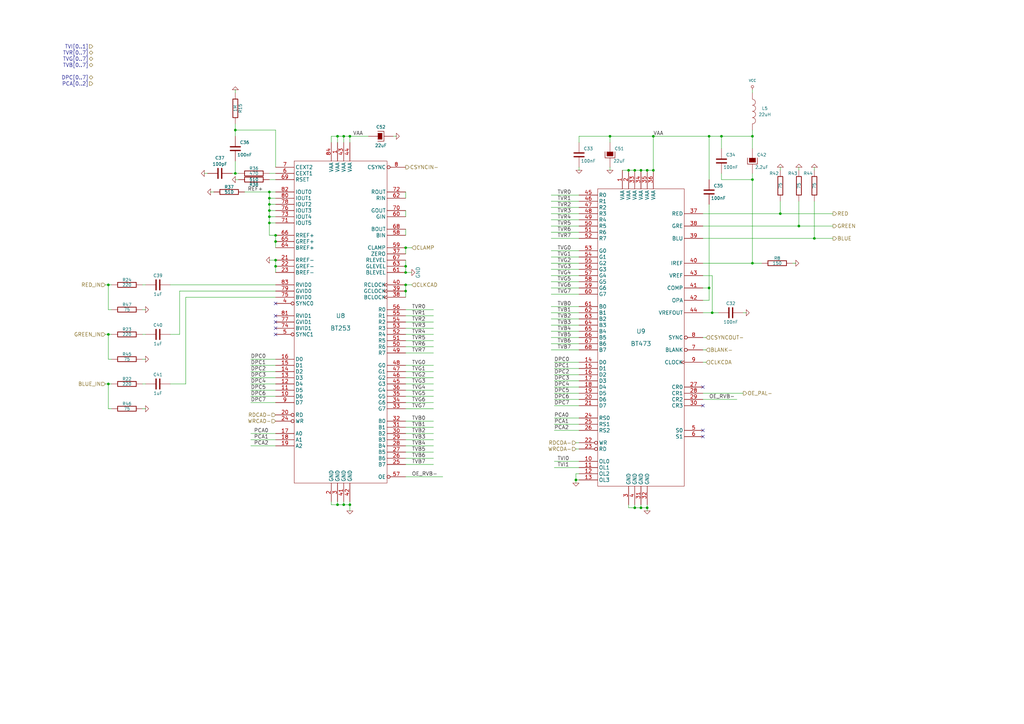
<source format=kicad_sch>
(kicad_sch (version 20200310) (host eeschema "(5.99.0-1545-g9916f24fa)")
  (page "A3")
  (title_block (title "Video") (date "Sun 22 Mar 2015") (rev "2.0B") (company "Kicad EDA"))
  (lib_symbols
    (symbol "video_schlib:BT253"
      (property "Reference" "U" (at 0 2.54 0))
      (property "Value" "BT253" (at 0 -2.54 0))
      (symbol "BT253_0_1"
        (rectangle (start -19.05 -66.04) (end 19.05 66.04))
      )
      (symbol "BT253_1_1"
        (pin input line (at -1.27 73.66 270) (length 7.62) (name "VAA") (number "1"))
        (pin tri_state line (at -26.67 -30.48 0) (length 7.62) (name "D6") (number "10"))
        (pin tri_state line (at -26.67 -27.94 0) (length 7.62) (name "D5") (number "11"))
        (pin tri_state line (at -26.67 -25.4 0) (length 7.62) (name "D4") (number "12"))
        (pin tri_state line (at -26.67 -22.86 0) (length 7.62) (name "D3") (number "13"))
        (pin tri_state line (at -26.67 -20.32 0) (length 7.62) (name "D2") (number "14"))
        (pin tri_state line (at -26.67 -17.78 0) (length 7.62) (name "D1") (number "15"))
        (pin tri_state line (at -26.67 -15.24 0) (length 7.62) (name "D0") (number "16"))
        (pin input line (at -26.67 -45.72 0) (length 7.62) (name "A0") (number "17"))
        (pin input line (at -26.67 -48.26 0) (length 7.62) (name "A1") (number "18"))
        (pin input line (at -26.67 -50.8 0) (length 7.62) (name "A2") (number "19"))
        (pin input line (at -3.81 -73.66 90) (length 7.62) (name "GND") (number "2"))
        (pin input inverted (at -26.67 -38.1 0) (length 7.62) (name "RD") (number "20"))
        (pin input line (at -26.67 25.4 0) (length 7.62) (name "RREF-") (number "21"))
        (pin input line (at -26.67 22.86 0) (length 7.62) (name "GREF-") (number "22"))
        (pin input line (at -26.67 20.32 0) (length 7.62) (name "BREF-") (number "23"))
        (pin input inverted (at -26.67 -40.64 0) (length 7.62) (name "WR") (number "24"))
        (pin tri_state line (at 26.67 -58.42 180) (length 7.62) (name "B7") (number "25"))
        (pin tri_state line (at 26.67 -55.88 180) (length 7.62) (name "B6") (number "26"))
        (pin tri_state line (at 26.67 -53.34 180) (length 7.62) (name "B5") (number "27"))
        (pin tri_state line (at 26.67 -50.8 180) (length 7.62) (name "B4") (number "28"))
        (pin tri_state line (at 26.67 -48.26 180) (length 7.62) (name "B3") (number "29"))
        (pin input line (at -1.27 -73.66 90) (length 7.62) (name "GND") (number "3"))
        (pin tri_state line (at 26.67 -45.72 180) (length 7.62) (name "B2") (number "30"))
        (pin tri_state line (at 26.67 -43.18 180) (length 7.62) (name "B1") (number "31"))
        (pin tri_state line (at 26.67 -40.64 180) (length 7.62) (name "B0") (number "32"))
        (pin tri_state line (at 26.67 -35.56 180) (length 7.62) (name "G7") (number "33"))
        (pin tri_state line (at 26.67 -33.02 180) (length 7.62) (name "G6") (number "34"))
        (pin tri_state line (at 26.67 -30.48 180) (length 7.62) (name "G5") (number "35"))
        (pin tri_state line (at 26.67 -27.94 180) (length 7.62) (name "G4") (number "36"))
        (pin input line (at 26.67 27.94 180) (length 7.62) (name "ZERO") (number "37"))
        (pin input clock (at 26.67 10.16 180) (length 7.62) (name "BCLOCK") (number "38"))
        (pin input clock (at 26.67 12.7 180) (length 7.62) (name "GCLOCK") (number "39"))
        (pin input inverted (at -26.67 7.62 0) (length 7.62) (name "SYNC0") (number "4"))
        (pin input clock (at 26.67 15.24 180) (length 7.62) (name "RCLOCK") (number "40"))
        (pin input line (at 1.27 -73.66 90) (length 7.62) (name "GND") (number "41"))
        (pin input line (at 3.81 -73.66 90) (length 7.62) (name "GND") (number "42"))
        (pin input line (at 1.27 73.66 270) (length 7.62) (name "VAA") (number "43"))
        (pin input line (at 3.81 73.66 270) (length 7.62) (name "VAA") (number "44"))
        (pin tri_state line (at 26.67 -25.4 180) (length 7.62) (name "G3") (number "45"))
        (pin tri_state line (at 26.67 -22.86 180) (length 7.62) (name "G2") (number "46"))
        (pin tri_state line (at 26.67 -20.32 180) (length 7.62) (name "G1") (number "47"))
        (pin tri_state line (at 26.67 -17.78 180) (length 7.62) (name "G0") (number "48"))
        (pin tri_state line (at 26.67 -12.7 180) (length 7.62) (name "R7") (number "49"))
        (pin input inverted (at -26.67 -5.08 0) (length 7.62) (name "SYNC1") (number "5"))
        (pin tri_state line (at 26.67 -10.16 180) (length 7.62) (name "R6") (number "50"))
        (pin tri_state line (at 26.67 -7.62 180) (length 7.62) (name "R5") (number "51"))
        (pin tri_state line (at 26.67 -5.08 180) (length 7.62) (name "R4") (number "52"))
        (pin tri_state line (at 26.67 -2.54 180) (length 7.62) (name "R3") (number "53"))
        (pin tri_state line (at 26.67 0 180) (length 7.62) (name "R2") (number "54"))
        (pin tri_state line (at 26.67 2.54 180) (length 7.62) (name "R1") (number "55"))
        (pin tri_state line (at 26.67 5.08 180) (length 7.62) (name "R0") (number "56"))
        (pin input inverted (at 26.67 -63.5 180) (length 7.62) (name "OE") (number "57"))
        (pin input line (at 26.67 35.56 180) (length 7.62) (name "BIN") (number "58"))
        (pin input line (at 26.67 30.48 180) (length 7.62) (name "CLAMP") (number "59"))
        (pin output line (at -26.67 60.96 0) (length 7.62) (name "CEXT1") (number "6"))
        (pin input line (at 26.67 43.18 180) (length 7.62) (name "GIN") (number "60"))
        (pin input line (at 26.67 20.32 180) (length 7.62) (name "BLEVEL") (number "61"))
        (pin input line (at 26.67 50.8 180) (length 7.62) (name "RIN") (number "62"))
        (pin input line (at 26.67 22.86 180) (length 7.62) (name "GLEVEL") (number "63"))
        (pin input line (at -26.67 30.48 0) (length 7.62) (name "BREF+") (number "64"))
        (pin input line (at -26.67 33.02 0) (length 7.62) (name "GREF+") (number "65"))
        (pin input line (at -26.67 35.56 0) (length 7.62) (name "RREF+") (number "66"))
        (pin input line (at 26.67 25.4 180) (length 7.62) (name "RLEVEL") (number "67"))
        (pin output line (at 26.67 38.1 180) (length 7.62) (name "BOUT") (number "68"))
        (pin input line (at -26.67 58.42 0) (length 7.62) (name "RSET") (number "69"))
        (pin input line (at -26.67 63.5 0) (length 7.62) (name "CEXT2") (number "7"))
        (pin output line (at 26.67 45.72 180) (length 7.62) (name "GOUT") (number "70"))
        (pin passive line (at -26.67 40.64 0) (length 7.62) (name "IOUT5") (number "71"))
        (pin output line (at 26.67 53.34 180) (length 7.62) (name "ROUT") (number "72"))
        (pin passive line (at -26.67 43.18 0) (length 7.62) (name "IOUT4") (number "73"))
        (pin input line (at -26.67 -2.54 0) (length 7.62) (name "BVID1") (number "74"))
        (pin input line (at -26.67 10.16 0) (length 7.62) (name "BVID0") (number "75"))
        (pin passive line (at -26.67 45.72 0) (length 7.62) (name "IOUT3") (number "76"))
        (pin input line (at -26.67 0 0) (length 7.62) (name "GVID1") (number "77"))
        (pin passive line (at -26.67 48.26 0) (length 7.62) (name "IOUT2") (number "78"))
        (pin input line (at -26.67 12.7 0) (length 7.62) (name "GVID0") (number "79"))
        (pin output inverted (at 26.67 63.5 180) (length 7.62) (name "CSYNC") (number "8"))
        (pin passive line (at -26.67 50.8 0) (length 7.62) (name "IOUT1") (number "80"))
        (pin input line (at -26.67 2.54 0) (length 7.62) (name "RVID1") (number "81"))
        (pin passive line (at -26.67 53.34 0) (length 7.62) (name "IOUT0") (number "82"))
        (pin input line (at -26.67 15.24 0) (length 7.62) (name "RVID0") (number "83"))
        (pin input line (at -3.81 73.66 270) (length 7.62) (name "VAA") (number "84"))
        (pin tri_state line (at -26.67 -33.02 0) (length 7.62) (name "D7") (number "9"))
      )
    )
    (symbol "video_schlib:BT473"
      (property "Reference" "U" (at 0 2.54 0))
      (property "Value" "BT473" (at 0 -2.54 0))
      (symbol "BT473_0_1"
        (rectangle (start -17.78 -60.96) (end 17.78 60.96))
      )
      (symbol "BT473_1_1"
        (pin input line (at -7.62 68.58 270) (length 7.62) (name "VAA") (number "1"))
        (pin input line (at -25.4 -50.8 0) (length 7.62) (name "OL0") (number "10"))
        (pin input line (at -25.4 -53.34 0) (length 7.62) (name "OL1") (number "11"))
        (pin input line (at -25.4 -55.88 0) (length 7.62) (name "OL2") (number "12"))
        (pin input line (at -25.4 -58.42 0) (length 7.62) (name "OL3") (number "13"))
        (pin input line (at -25.4 -10.16 0) (length 7.62) (name "D0") (number "14"))
        (pin input line (at -25.4 -12.7 0) (length 7.62) (name "D1") (number "15"))
        (pin input line (at -25.4 -15.24 0) (length 7.62) (name "D2") (number "16"))
        (pin input line (at -25.4 -17.78 0) (length 7.62) (name "D3") (number "17"))
        (pin input line (at -25.4 -20.32 0) (length 7.62) (name "D4") (number "18"))
        (pin input line (at -25.4 -22.86 0) (length 7.62) (name "D5") (number "19"))
        (pin input line (at -5.08 68.58 270) (length 7.62) (name "VAA") (number "2"))
        (pin input line (at -25.4 -25.4 0) (length 7.62) (name "D6") (number "20"))
        (pin input line (at -25.4 -27.94 0) (length 7.62) (name "D7") (number "21"))
        (pin input inverted (at -25.4 -43.18 0) (length 7.62) (name "WR") (number "22"))
        (pin input inverted (at -25.4 -45.72 0) (length 7.62) (name "RD") (number "23"))
        (pin input line (at -25.4 -33.02 0) (length 7.62) (name "RS0") (number "24"))
        (pin input line (at -25.4 -35.56 0) (length 7.62) (name "RS1") (number "25"))
        (pin input line (at -25.4 -38.1 0) (length 7.62) (name "RS2") (number "26"))
        (pin output line (at 25.4 -20.32 180) (length 7.62) (name "CR0") (number "27"))
        (pin output line (at 25.4 -22.86 180) (length 7.62) (name "CR1") (number "28"))
        (pin output line (at 25.4 -25.4 180) (length 7.62) (name "CR2") (number "29"))
        (pin input line (at -5.08 -68.58 90) (length 7.62) (name "GND") (number "3"))
        (pin output line (at 25.4 -27.94 180) (length 7.62) (name "CR3") (number "30"))
        (pin input line (at 0 -68.58 90) (length 7.62) (name "GND") (number "31"))
        (pin input line (at 2.54 -68.58 90) (length 7.62) (name "GND") (number "32"))
        (pin input line (at -2.54 68.58 270) (length 7.62) (name "VAA") (number "33"))
        (pin input line (at 0 68.58 270) (length 7.62) (name "VAA") (number "34"))
        (pin input line (at 2.54 68.58 270) (length 7.62) (name "VAA") (number "35"))
        (pin input line (at 5.08 68.58 270) (length 7.62) (name "VAA") (number "36"))
        (pin output line (at 25.4 50.8 180) (length 7.62) (name "RED") (number "37"))
        (pin output line (at 25.4 45.72 180) (length 7.62) (name "GRE") (number "38"))
        (pin output line (at 25.4 40.64 180) (length 7.62) (name "BLU") (number "39"))
        (pin input line (at -2.54 -68.58 90) (length 7.62) (name "GND") (number "4"))
        (pin input line (at 25.4 30.48 180) (length 7.62) (name "IREF") (number "40"))
        (pin input line (at 25.4 20.32 180) (length 7.62) (name "COMP") (number "41"))
        (pin output line (at 25.4 15.24 180) (length 7.62) (name "OPA") (number "42"))
        (pin input line (at 25.4 25.4 180) (length 7.62) (name "VREF") (number "43"))
        (pin output line (at 25.4 10.16 180) (length 7.62) (name "VREFOUT") (number "44"))
        (pin input line (at -25.4 58.42 0) (length 7.62) (name "R0") (number "45"))
        (pin input line (at -25.4 55.88 0) (length 7.62) (name "R1") (number "46"))
        (pin input line (at -25.4 53.34 0) (length 7.62) (name "R2") (number "47"))
        (pin input line (at -25.4 50.8 0) (length 7.62) (name "R3") (number "48"))
        (pin input line (at -25.4 48.26 0) (length 7.62) (name "R4") (number "49"))
        (pin input line (at 25.4 -38.1 180) (length 7.62) (name "S0") (number "5"))
        (pin input line (at -25.4 45.72 0) (length 7.62) (name "R5") (number "50"))
        (pin input line (at -25.4 43.18 0) (length 7.62) (name "R6") (number "51"))
        (pin input line (at -25.4 40.64 0) (length 7.62) (name "R7") (number "52"))
        (pin input line (at -25.4 35.56 0) (length 7.62) (name "G0") (number "53"))
        (pin input line (at -25.4 33.02 0) (length 7.62) (name "G1") (number "54"))
        (pin input line (at -25.4 30.48 0) (length 7.62) (name "G2") (number "55"))
        (pin input line (at -25.4 27.94 0) (length 7.62) (name "G3") (number "56"))
        (pin input line (at -25.4 25.4 0) (length 7.62) (name "G4") (number "57"))
        (pin input line (at -25.4 22.86 0) (length 7.62) (name "G5") (number "58"))
        (pin input line (at -25.4 20.32 0) (length 7.62) (name "G6") (number "59"))
        (pin input line (at 25.4 -40.64 180) (length 7.62) (name "S1") (number "6"))
        (pin input line (at -25.4 17.78 0) (length 7.62) (name "G7") (number "60"))
        (pin input line (at -25.4 12.7 0) (length 7.62) (name "B0") (number "61"))
        (pin input line (at -25.4 10.16 0) (length 7.62) (name "B1") (number "62"))
        (pin input line (at -25.4 7.62 0) (length 7.62) (name "B2") (number "63"))
        (pin input line (at -25.4 5.08 0) (length 7.62) (name "B3") (number "64"))
        (pin input line (at -25.4 2.54 0) (length 7.62) (name "B4") (number "65"))
        (pin input line (at -25.4 0 0) (length 7.62) (name "B5") (number "66"))
        (pin input line (at -25.4 -2.54 0) (length 7.62) (name "B6") (number "67"))
        (pin input line (at -25.4 -5.08 0) (length 7.62) (name "B7") (number "68"))
        (pin input inverted (at 25.4 -5.08 180) (length 7.62) (name "BLANK") (number "7"))
        (pin input inverted (at 25.4 0 180) (length 7.62) (name "SYNC") (number "8"))
        (pin input clock (at 25.4 -10.16 180) (length 7.62) (name "CLOCK") (number "9"))
      )
    )
    (symbol "video_schlib:C" (pin_numbers hide) (pin_names (offset 0.254))
      (property "Reference" "C" (at 0 2.54 0))
      (property "Value" "C" (at 0.1524 -2.159 0))
      (symbol "C_0_1"
        (polyline (pts (xy -2.032 -0.762) (xy 2.032 -0.762)) (stroke (width 0.508)))
        (polyline (pts (xy -2.032 0.762) (xy 2.032 0.762)) (stroke (width 0.508)))
      )
      (symbol "C_1_1"
        (pin passive line (at 0 5.08 270) (length 4.318) (name "~") (number "1"))
        (pin passive line (at 0 -5.08 90) (length 4.318) (name "~") (number "2"))
      )
    )
    (symbol "video_schlib:CP" (pin_numbers hide) (pin_names (offset 0.254) hide)
      (property "Reference" "C" (at 1.27 2.54 0))
      (property "Value" "CP" (at 1.27 -2.54 0))
      (symbol "CP_0_1"
        (polyline (pts (xy -2.032 1.27) (xy -2.032 -1.27) (xy 2.032 -1.27) (xy 2.032 1.27)) (stroke (width 0.2032)))
        (polyline (pts (xy -1.27 1.27) (xy -1.27 -0.508) (xy 1.27 -0.508) (xy 1.27 1.27)) (fill (type outline)))
      )
      (symbol "CP_1_1"
        (pin passive line (at 0 5.08 270) (length 3.81) (name "~") (number "1"))
        (pin passive line (at 0 -5.08 90) (length 3.81) (name "~") (number "2"))
      )
    )
    (symbol "video_schlib:GND" (power) (pin_names (offset 0))
      (symbol "GND_0_1"
        (polyline (pts (xy -1.27 0) (xy 0 -1.27) (xy 1.27 0) (xy -1.27 0)))
      )
      (symbol "GND_1_1"
        (pin power_in line (at 0 0 90) (length 0) (name "GND") (number "1") hide)
      )
    )
    (symbol "video_schlib:INDUCTOR" (pin_numbers hide) (pin_names hide)
      (property "Reference" "L" (at -1.27 0 90))
      (property "Value" "INDUCTOR" (at 2.54 0 90))
      (symbol "INDUCTOR_0_1"
        (arc (start 0.0254 -5.0546) (end 0.0254 -2.54) (radius (at 0 -3.81) (length 1.27) (angles -88.9 88.9)))
        (arc (start 0.0254 -2.5146) (end 0.0254 0.0508) (radius (at 0 -1.2446) (length 1.2954) (angles -88.9 88.9)))
        (arc (start 0.0254 0.0254) (end 0.0254 2.5908) (radius (at 0 1.2954) (length 1.2954) (angles -88.9 88.9)))
        (arc (start 0.0254 2.5654) (end 0.0254 4.9784) (radius (at 0 3.7592) (length 1.2192) (angles -88.9 88.9)))
      )
      (symbol "INDUCTOR_1_1"
        (pin passive line (at 0 7.62 270) (length 2.54) (name "1") (number "1"))
        (pin passive line (at 0 -7.62 90) (length 2.54) (name "2") (number "2"))
      )
    )
    (symbol "video_schlib:R" (pin_numbers hide) (pin_names (offset 0))
      (property "Reference" "R" (at 2.032 0 90))
      (property "Value" "R" (at 0.1778 0.0254 90))
      (symbol "R_0_1"
        (rectangle (start -1.016 3.81) (end 1.016 -3.81) (stroke (width 0.3048)))
      )
      (symbol "R_1_1"
        (pin passive line (at 0 6.35 270) (length 2.54) (name "~") (number "1"))
        (pin passive line (at 0 -6.35 90) (length 2.54) (name "~") (number "2"))
      )
    )
    (symbol "video_schlib:VCC" (power) (pin_names (offset 0))
      (property "Value" "VCC" (at 0 2.54 0))
      (symbol "VCC_0_1"
        (circle (center 0 1.27) (radius 0.508))
        (polyline (pts (xy 0 0) (xy 0 0.762) (xy 0 0.762)))
      )
      (symbol "VCC_0_0"
        (pin power_in line (at 0 0 90) (length 0) (name "VCC") (number "1") hide)
      )
    )
  )
  (junction (at 290.83 118.11))
  (junction (at 260.35 208.28))
  (junction (at 44.45 157.48))
  (junction (at 327.66 92.71))
  (junction (at 166.37 116.84))
  (junction (at 110.49 78.74))
  (junction (at 113.03 96.52))
  (junction (at 295.91 55.88))
  (junction (at 138.43 55.88))
  (junction (at 166.37 119.38))
  (junction (at 110.49 86.36))
  (junction (at 290.83 55.88))
  (junction (at 334.01 97.79))
  (junction (at 140.97 55.88))
  (junction (at 110.49 88.9))
  (junction (at 166.37 111.76))
  (junction (at 260.35 69.85))
  (junction (at 262.89 69.85))
  (junction (at 140.97 207.01))
  (junction (at 257.81 69.85))
  (junction (at 267.97 55.88))
  (junction (at 113.03 99.06))
  (junction (at 236.22 196.85))
  (junction (at 265.43 69.85))
  (junction (at 44.45 137.16))
  (junction (at 166.37 101.6))
  (junction (at 308.61 55.88))
  (junction (at 110.49 83.82))
  (junction (at 113.03 106.68))
  (junction (at 166.37 109.22))
  (junction (at 308.61 73.66))
  (junction (at 292.1 128.27))
  (junction (at 262.89 208.28))
  (junction (at 320.04 87.63))
  (junction (at 113.03 109.22))
  (junction (at 138.43 207.01))
  (junction (at 265.43 208.28))
  (junction (at 143.51 55.88))
  (junction (at 44.45 116.84))
  (junction (at 267.97 69.85))
  (junction (at 96.52 71.12))
  (junction (at 110.49 81.28))
  (junction (at 143.51 207.01))
  (junction (at 96.52 53.34))
  (junction (at 110.49 91.44))
  (junction (at 250.19 55.88))
  (junction (at 308.61 107.95))
  (no_connect (at 113.03 137.16))
  (no_connect (at 113.03 132.08))
  (no_connect (at 113.03 124.46))
  (no_connect (at 288.29 158.75))
  (no_connect (at 113.03 134.62))
  (no_connect (at 113.03 129.54))
  (no_connect (at 288.29 176.53))
  (no_connect (at 288.29 166.37))
  (no_connect (at 288.29 179.07))
  (wire (pts (xy 43.18 116.84) (xy 44.45 116.84)))
  (wire (pts (xy 43.18 137.16) (xy 44.45 137.16)))
  (wire (pts (xy 43.18 157.48) (xy 44.45 157.48)))
  (wire (pts (xy 44.45 116.84) (xy 44.45 127)))
  (wire (pts (xy 44.45 116.84) (xy 45.72 116.84)))
  (wire (pts (xy 44.45 127) (xy 45.72 127)))
  (wire (pts (xy 44.45 137.16) (xy 44.45 147.32)))
  (wire (pts (xy 44.45 137.16) (xy 45.72 137.16)))
  (wire (pts (xy 44.45 147.32) (xy 45.72 147.32)))
  (wire (pts (xy 44.45 157.48) (xy 44.45 167.64)))
  (wire (pts (xy 44.45 157.48) (xy 45.72 157.48)))
  (wire (pts (xy 44.45 167.64) (xy 45.72 167.64)))
  (wire (pts (xy 58.42 116.84) (xy 59.69 116.84)))
  (wire (pts (xy 58.42 137.16) (xy 59.69 137.16)))
  (wire (pts (xy 58.42 157.48) (xy 59.69 157.48)))
  (wire (pts (xy 58.42 167.64) (xy 59.69 167.64)))
  (wire (pts (xy 59.69 127) (xy 58.42 127)))
  (wire (pts (xy 59.69 147.32) (xy 58.42 147.32)))
  (wire (pts (xy 69.85 116.84) (xy 113.03 116.84)))
  (wire (pts (xy 69.85 137.16) (xy 73.66 137.16)))
  (wire (pts (xy 69.85 157.48) (xy 76.2 157.48)))
  (wire (pts (xy 73.66 119.38) (xy 73.66 137.16)))
  (wire (pts (xy 76.2 121.92) (xy 76.2 157.48)))
  (wire (pts (xy 83.82 71.12) (xy 85.09 71.12)))
  (wire (pts (xy 86.36 78.74) (xy 87.63 78.74)))
  (wire (pts (xy 95.25 71.12) (xy 96.52 71.12)))
  (wire (pts (xy 96.52 38.1) (xy 96.52 36.83)))
  (wire (pts (xy 96.52 50.8) (xy 96.52 53.34)))
  (wire (pts (xy 96.52 53.34) (xy 96.52 55.88)))
  (wire (pts (xy 96.52 53.34) (xy 113.03 53.34)))
  (wire (pts (xy 96.52 71.12) (xy 96.52 66.04)))
  (wire (pts (xy 96.52 71.12) (xy 97.79 71.12)))
  (wire (pts (xy 96.52 73.66) (xy 97.79 73.66)))
  (wire (pts (xy 100.33 78.74) (xy 110.49 78.74)))
  (wire (pts (xy 102.87 147.32) (xy 113.03 147.32)))
  (wire (pts (xy 102.87 149.86) (xy 113.03 149.86)))
  (wire (pts (xy 102.87 152.4) (xy 113.03 152.4)))
  (wire (pts (xy 102.87 154.94) (xy 113.03 154.94)))
  (wire (pts (xy 102.87 157.48) (xy 113.03 157.48)))
  (wire (pts (xy 102.87 160.02) (xy 113.03 160.02)))
  (wire (pts (xy 102.87 162.56) (xy 113.03 162.56)))
  (wire (pts (xy 102.87 165.1) (xy 113.03 165.1)))
  (wire (pts (xy 102.87 177.8) (xy 113.03 177.8)))
  (wire (pts (xy 102.87 180.34) (xy 113.03 180.34)))
  (wire (pts (xy 102.87 182.88) (xy 113.03 182.88)))
  (wire (pts (xy 110.49 71.12) (xy 113.03 71.12)))
  (wire (pts (xy 110.49 73.66) (xy 113.03 73.66)))
  (wire (pts (xy 110.49 78.74) (xy 110.49 81.28)))
  (wire (pts (xy 110.49 78.74) (xy 113.03 78.74)))
  (wire (pts (xy 110.49 81.28) (xy 110.49 83.82)))
  (wire (pts (xy 110.49 83.82) (xy 110.49 86.36)))
  (wire (pts (xy 110.49 83.82) (xy 113.03 83.82)))
  (wire (pts (xy 110.49 86.36) (xy 110.49 88.9)))
  (wire (pts (xy 110.49 86.36) (xy 113.03 86.36)))
  (wire (pts (xy 110.49 88.9) (xy 110.49 91.44)))
  (wire (pts (xy 110.49 88.9) (xy 113.03 88.9)))
  (wire (pts (xy 110.49 91.44) (xy 110.49 96.52)))
  (wire (pts (xy 110.49 91.44) (xy 113.03 91.44)))
  (wire (pts (xy 110.49 96.52) (xy 113.03 96.52)))
  (wire (pts (xy 110.49 106.68) (xy 113.03 106.68)))
  (wire (pts (xy 113.03 53.34) (xy 113.03 68.58)))
  (wire (pts (xy 113.03 81.28) (xy 110.49 81.28)))
  (wire (pts (xy 113.03 96.52) (xy 113.03 99.06)))
  (wire (pts (xy 113.03 99.06) (xy 113.03 101.6)))
  (wire (pts (xy 113.03 106.68) (xy 113.03 109.22)))
  (wire (pts (xy 113.03 109.22) (xy 113.03 111.76)))
  (wire (pts (xy 113.03 119.38) (xy 73.66 119.38)))
  (wire (pts (xy 113.03 121.92) (xy 76.2 121.92)))
  (wire (pts (xy 135.89 55.88) (xy 135.89 58.42)))
  (wire (pts (xy 135.89 55.88) (xy 138.43 55.88)))
  (wire (pts (xy 135.89 207.01) (xy 135.89 205.74)))
  (wire (pts (xy 135.89 207.01) (xy 138.43 207.01)))
  (wire (pts (xy 138.43 55.88) (xy 138.43 58.42)))
  (wire (pts (xy 138.43 55.88) (xy 140.97 55.88)))
  (wire (pts (xy 138.43 205.74) (xy 138.43 207.01)))
  (wire (pts (xy 138.43 207.01) (xy 140.97 207.01)))
  (wire (pts (xy 140.97 55.88) (xy 140.97 58.42)))
  (wire (pts (xy 140.97 55.88) (xy 143.51 55.88)))
  (wire (pts (xy 140.97 205.74) (xy 140.97 207.01)))
  (wire (pts (xy 140.97 207.01) (xy 143.51 207.01)))
  (wire (pts (xy 143.51 55.88) (xy 151.13 55.88)))
  (wire (pts (xy 143.51 58.42) (xy 143.51 55.88)))
  (wire (pts (xy 143.51 205.74) (xy 143.51 207.01)))
  (wire (pts (xy 143.51 207.01) (xy 143.51 209.55)))
  (wire (pts (xy 162.56 55.88) (xy 161.29 55.88)))
  (wire (pts (xy 166.37 78.74) (xy 166.37 81.28)))
  (wire (pts (xy 166.37 86.36) (xy 166.37 88.9)))
  (wire (pts (xy 166.37 93.98) (xy 166.37 96.52)))
  (wire (pts (xy 166.37 101.6) (xy 168.91 101.6)))
  (wire (pts (xy 166.37 104.14) (xy 166.37 101.6)))
  (wire (pts (xy 166.37 106.68) (xy 166.37 109.22)))
  (wire (pts (xy 166.37 109.22) (xy 166.37 111.76)))
  (wire (pts (xy 166.37 111.76) (xy 168.91 111.76)))
  (wire (pts (xy 166.37 116.84) (xy 166.37 119.38)))
  (wire (pts (xy 166.37 119.38) (xy 166.37 121.92)))
  (wire (pts (xy 166.37 127) (xy 177.8 127)))
  (wire (pts (xy 166.37 129.54) (xy 177.8 129.54)))
  (wire (pts (xy 166.37 132.08) (xy 177.8 132.08)))
  (wire (pts (xy 166.37 134.62) (xy 177.8 134.62)))
  (wire (pts (xy 166.37 137.16) (xy 177.8 137.16)))
  (wire (pts (xy 166.37 139.7) (xy 177.8 139.7)))
  (wire (pts (xy 166.37 142.24) (xy 177.8 142.24)))
  (wire (pts (xy 166.37 144.78) (xy 177.8 144.78)))
  (wire (pts (xy 166.37 149.86) (xy 177.8 149.86)))
  (wire (pts (xy 166.37 152.4) (xy 177.8 152.4)))
  (wire (pts (xy 166.37 154.94) (xy 177.8 154.94)))
  (wire (pts (xy 166.37 157.48) (xy 177.8 157.48)))
  (wire (pts (xy 166.37 160.02) (xy 177.8 160.02)))
  (wire (pts (xy 166.37 162.56) (xy 177.8 162.56)))
  (wire (pts (xy 166.37 165.1) (xy 177.8 165.1)))
  (wire (pts (xy 166.37 167.64) (xy 177.8 167.64)))
  (wire (pts (xy 166.37 172.72) (xy 177.8 172.72)))
  (wire (pts (xy 166.37 175.26) (xy 177.8 175.26)))
  (wire (pts (xy 166.37 177.8) (xy 177.8 177.8)))
  (wire (pts (xy 166.37 180.34) (xy 177.8 180.34)))
  (wire (pts (xy 166.37 182.88) (xy 177.8 182.88)))
  (wire (pts (xy 166.37 185.42) (xy 177.8 185.42)))
  (wire (pts (xy 166.37 187.96) (xy 177.8 187.96)))
  (wire (pts (xy 166.37 190.5) (xy 177.8 190.5)))
  (wire (pts (xy 166.37 195.58) (xy 181.61 195.58)))
  (wire (pts (xy 168.91 116.84) (xy 166.37 116.84)))
  (wire (pts (xy 226.06 80.01) (xy 237.49 80.01)))
  (wire (pts (xy 226.06 82.55) (xy 237.49 82.55)))
  (wire (pts (xy 226.06 85.09) (xy 237.49 85.09)))
  (wire (pts (xy 226.06 87.63) (xy 237.49 87.63)))
  (wire (pts (xy 226.06 90.17) (xy 237.49 90.17)))
  (wire (pts (xy 226.06 92.71) (xy 237.49 92.71)))
  (wire (pts (xy 226.06 95.25) (xy 237.49 95.25)))
  (wire (pts (xy 226.06 97.79) (xy 237.49 97.79)))
  (wire (pts (xy 226.06 102.87) (xy 237.49 102.87)))
  (wire (pts (xy 226.06 105.41) (xy 237.49 105.41)))
  (wire (pts (xy 226.06 107.95) (xy 237.49 107.95)))
  (wire (pts (xy 226.06 110.49) (xy 237.49 110.49)))
  (wire (pts (xy 226.06 113.03) (xy 237.49 113.03)))
  (wire (pts (xy 226.06 115.57) (xy 237.49 115.57)))
  (wire (pts (xy 226.06 118.11) (xy 237.49 118.11)))
  (wire (pts (xy 226.06 120.65) (xy 237.49 120.65)))
  (wire (pts (xy 226.06 125.73) (xy 237.49 125.73)))
  (wire (pts (xy 226.06 128.27) (xy 237.49 128.27)))
  (wire (pts (xy 226.06 130.81) (xy 237.49 130.81)))
  (wire (pts (xy 226.06 133.35) (xy 237.49 133.35)))
  (wire (pts (xy 226.06 135.89) (xy 237.49 135.89)))
  (wire (pts (xy 226.06 138.43) (xy 237.49 138.43)))
  (wire (pts (xy 226.06 140.97) (xy 237.49 140.97)))
  (wire (pts (xy 226.06 143.51) (xy 237.49 143.51)))
  (wire (pts (xy 227.33 148.59) (xy 237.49 148.59)))
  (wire (pts (xy 227.33 151.13) (xy 237.49 151.13)))
  (wire (pts (xy 227.33 153.67) (xy 237.49 153.67)))
  (wire (pts (xy 227.33 156.21) (xy 237.49 156.21)))
  (wire (pts (xy 227.33 158.75) (xy 237.49 158.75)))
  (wire (pts (xy 227.33 161.29) (xy 237.49 161.29)))
  (wire (pts (xy 227.33 163.83) (xy 237.49 163.83)))
  (wire (pts (xy 227.33 166.37) (xy 237.49 166.37)))
  (wire (pts (xy 227.33 171.45) (xy 237.49 171.45)))
  (wire (pts (xy 227.33 173.99) (xy 237.49 173.99)))
  (wire (pts (xy 227.33 176.53) (xy 237.49 176.53)))
  (wire (pts (xy 236.22 181.61) (xy 237.49 181.61)))
  (wire (pts (xy 236.22 194.31) (xy 236.22 196.85)))
  (wire (pts (xy 236.22 194.31) (xy 237.49 194.31)))
  (wire (pts (xy 236.22 196.85) (xy 236.22 198.12)))
  (wire (pts (xy 237.49 55.88) (xy 250.19 55.88)))
  (wire (pts (xy 237.49 58.42) (xy 237.49 55.88)))
  (wire (pts (xy 237.49 68.58) (xy 237.49 69.85)))
  (wire (pts (xy 237.49 184.15) (xy 236.22 184.15)))
  (wire (pts (xy 237.49 189.23) (xy 227.33 189.23)))
  (wire (pts (xy 237.49 191.77) (xy 227.33 191.77)))
  (wire (pts (xy 237.49 196.85) (xy 236.22 196.85)))
  (wire (pts (xy 250.19 55.88) (xy 267.97 55.88)))
  (wire (pts (xy 250.19 58.42) (xy 250.19 55.88)))
  (wire (pts (xy 250.19 69.85) (xy 250.19 68.58)))
  (wire (pts (xy 255.27 69.85) (xy 257.81 69.85)))
  (wire (pts (xy 257.81 69.85) (xy 260.35 69.85)))
  (wire (pts (xy 257.81 208.28) (xy 257.81 207.01)))
  (wire (pts (xy 257.81 208.28) (xy 260.35 208.28)))
  (wire (pts (xy 260.35 69.85) (xy 262.89 69.85)))
  (wire (pts (xy 260.35 208.28) (xy 260.35 207.01)))
  (wire (pts (xy 260.35 208.28) (xy 262.89 208.28)))
  (wire (pts (xy 262.89 69.85) (xy 265.43 69.85)))
  (wire (pts (xy 262.89 208.28) (xy 262.89 207.01)))
  (wire (pts (xy 262.89 208.28) (xy 265.43 208.28)))
  (wire (pts (xy 265.43 69.85) (xy 267.97 69.85)))
  (wire (pts (xy 265.43 207.01) (xy 265.43 208.28)))
  (wire (pts (xy 265.43 208.28) (xy 265.43 209.55)))
  (wire (pts (xy 267.97 55.88) (xy 290.83 55.88)))
  (wire (pts (xy 267.97 69.85) (xy 267.97 55.88)))
  (wire (pts (xy 288.29 87.63) (xy 320.04 87.63)))
  (wire (pts (xy 288.29 92.71) (xy 327.66 92.71)))
  (wire (pts (xy 288.29 97.79) (xy 334.01 97.79)))
  (wire (pts (xy 288.29 107.95) (xy 308.61 107.95)))
  (wire (pts (xy 288.29 128.27) (xy 292.1 128.27)))
  (wire (pts (xy 288.29 161.29) (xy 304.8 161.29)))
  (wire (pts (xy 288.29 163.83) (xy 302.26 163.83)))
  (wire (pts (xy 289.56 138.43) (xy 288.29 138.43)))
  (wire (pts (xy 289.56 143.51) (xy 288.29 143.51)))
  (wire (pts (xy 289.56 148.59) (xy 288.29 148.59)))
  (wire (pts (xy 290.83 55.88) (xy 290.83 73.66)))
  (wire (pts (xy 290.83 55.88) (xy 295.91 55.88)))
  (wire (pts (xy 290.83 83.82) (xy 290.83 118.11)))
  (wire (pts (xy 290.83 118.11) (xy 288.29 118.11)))
  (wire (pts (xy 290.83 118.11) (xy 290.83 123.19)))
  (wire (pts (xy 290.83 123.19) (xy 288.29 123.19)))
  (wire (pts (xy 292.1 113.03) (xy 288.29 113.03)))
  (wire (pts (xy 292.1 128.27) (xy 292.1 113.03)))
  (wire (pts (xy 292.1 128.27) (xy 294.64 128.27)))
  (wire (pts (xy 295.91 55.88) (xy 295.91 60.96)))
  (wire (pts (xy 295.91 55.88) (xy 308.61 55.88)))
  (wire (pts (xy 295.91 71.12) (xy 295.91 73.66)))
  (wire (pts (xy 295.91 73.66) (xy 308.61 73.66)))
  (wire (pts (xy 306.07 128.27) (xy 304.8 128.27)))
  (wire (pts (xy 308.61 36.83) (xy 308.61 38.1)))
  (wire (pts (xy 308.61 53.34) (xy 308.61 55.88)))
  (wire (pts (xy 308.61 55.88) (xy 308.61 60.96)))
  (wire (pts (xy 308.61 71.12) (xy 308.61 73.66)))
  (wire (pts (xy 308.61 73.66) (xy 308.61 107.95)))
  (wire (pts (xy 308.61 107.95) (xy 312.42 107.95)))
  (wire (pts (xy 320.04 69.85) (xy 320.04 68.58)))
  (wire (pts (xy 320.04 82.55) (xy 320.04 87.63)))
  (wire (pts (xy 320.04 87.63) (xy 341.63 87.63)))
  (wire (pts (xy 326.39 107.95) (xy 325.12 107.95)))
  (wire (pts (xy 327.66 68.58) (xy 327.66 69.85)))
  (wire (pts (xy 327.66 92.71) (xy 327.66 82.55)))
  (wire (pts (xy 327.66 92.71) (xy 341.63 92.71)))
  (wire (pts (xy 334.01 69.85) (xy 334.01 68.58)))
  (wire (pts (xy 334.01 97.79) (xy 334.01 82.55)))
  (wire (pts (xy 334.01 97.79) (xy 341.63 97.79)))
  (label "REF+" (at 101.6 78.74 0) (effects (font (size 1.524 1.524))))
  (label "DPC0" (at 102.87 147.32 0) (effects (font (size 1.524 1.524))))
  (label "DPC1" (at 102.87 149.86 0) (effects (font (size 1.524 1.524))))
  (label "DPC2" (at 102.87 152.4 0) (effects (font (size 1.524 1.524))))
  (label "DPC3" (at 102.87 154.94 0) (effects (font (size 1.524 1.524))))
  (label "DPC4" (at 102.87 157.48 0) (effects (font (size 1.524 1.524))))
  (label "DPC5" (at 102.87 160.02 0) (effects (font (size 1.524 1.524))))
  (label "DPC6" (at 102.87 162.56 0) (effects (font (size 1.524 1.524))))
  (label "DPC7" (at 102.87 165.1 0) (effects (font (size 1.524 1.524))))
  (label "PCA0" (at 104.14 177.8 0) (effects (font (size 1.524 1.524))))
  (label "PCA1" (at 104.14 180.34 0) (effects (font (size 1.524 1.524))))
  (label "PCA2" (at 104.14 182.88 0) (effects (font (size 1.524 1.524))))
  (label "VAA" (at 144.78 55.88 0) (effects (font (size 1.524 1.524))))
  (label "TVR0" (at 168.91 127 0) (effects (font (size 1.524 1.524))))
  (label "TVR1" (at 168.91 129.54 0) (effects (font (size 1.524 1.524))))
  (label "TVR2" (at 168.91 132.08 0) (effects (font (size 1.524 1.524))))
  (label "TVR3" (at 168.91 134.62 0) (effects (font (size 1.524 1.524))))
  (label "TVR4" (at 168.91 137.16 0) (effects (font (size 1.524 1.524))))
  (label "TVR5" (at 168.91 139.7 0) (effects (font (size 1.524 1.524))))
  (label "TVR6" (at 168.91 142.24 0) (effects (font (size 1.524 1.524))))
  (label "TVR7" (at 168.91 144.78 0) (effects (font (size 1.524 1.524))))
  (label "TVG0" (at 168.91 149.86 0) (effects (font (size 1.524 1.524))))
  (label "TVG1" (at 168.91 152.4 0) (effects (font (size 1.524 1.524))))
  (label "TVG2" (at 168.91 154.94 0) (effects (font (size 1.524 1.524))))
  (label "TVG3" (at 168.91 157.48 0) (effects (font (size 1.524 1.524))))
  (label "TVG4" (at 168.91 160.02 0) (effects (font (size 1.524 1.524))))
  (label "TVG5" (at 168.91 162.56 0) (effects (font (size 1.524 1.524))))
  (label "TVG6" (at 168.91 165.1 0) (effects (font (size 1.524 1.524))))
  (label "TVG7" (at 168.91 167.64 0) (effects (font (size 1.524 1.524))))
  (label "TVB0" (at 168.91 172.72 0) (effects (font (size 1.524 1.524))))
  (label "TVB1" (at 168.91 175.26 0) (effects (font (size 1.524 1.524))))
  (label "TVB2" (at 168.91 177.8 0) (effects (font (size 1.524 1.524))))
  (label "TVB3" (at 168.91 180.34 0) (effects (font (size 1.524 1.524))))
  (label "TVB4" (at 168.91 182.88 0) (effects (font (size 1.524 1.524))))
  (label "TVB5" (at 168.91 185.42 0) (effects (font (size 1.524 1.524))))
  (label "TVB6" (at 168.91 187.96 0) (effects (font (size 1.524 1.524))))
  (label "TVB7" (at 168.91 190.5 0) (effects (font (size 1.524 1.524))))
  (label "OE_RVB-" (at 168.91 195.58 0) (effects (font (size 1.524 1.524))))
  (label "DPC0" (at 227.33 148.59 0) (effects (font (size 1.524 1.524))))
  (label "DPC1" (at 227.33 151.13 0) (effects (font (size 1.524 1.524))))
  (label "DPC2" (at 227.33 153.67 0) (effects (font (size 1.524 1.524))))
  (label "DPC3" (at 227.33 156.21 0) (effects (font (size 1.524 1.524))))
  (label "DPC4" (at 227.33 158.75 0) (effects (font (size 1.524 1.524))))
  (label "DPC5" (at 227.33 161.29 0) (effects (font (size 1.524 1.524))))
  (label "DPC6" (at 227.33 163.83 0) (effects (font (size 1.524 1.524))))
  (label "DPC7" (at 227.33 166.37 0) (effects (font (size 1.524 1.524))))
  (label "PCA0" (at 227.33 171.45 0) (effects (font (size 1.524 1.524))))
  (label "PCA1" (at 227.33 173.99 0) (effects (font (size 1.524 1.524))))
  (label "PCA2" (at 227.33 176.53 0) (effects (font (size 1.524 1.524))))
  (label "TVR0" (at 228.6 80.01 0) (effects (font (size 1.524 1.524))))
  (label "TVR1" (at 228.6 82.55 0) (effects (font (size 1.524 1.524))))
  (label "TVR2" (at 228.6 85.09 0) (effects (font (size 1.524 1.524))))
  (label "TVR3" (at 228.6 87.63 0) (effects (font (size 1.524 1.524))))
  (label "TVR4" (at 228.6 90.17 0) (effects (font (size 1.524 1.524))))
  (label "TVR5" (at 228.6 92.71 0) (effects (font (size 1.524 1.524))))
  (label "TVR6" (at 228.6 95.25 0) (effects (font (size 1.524 1.524))))
  (label "TVR7" (at 228.6 97.79 0) (effects (font (size 1.524 1.524))))
  (label "TVG0" (at 228.6 102.87 0) (effects (font (size 1.524 1.524))))
  (label "TVG1" (at 228.6 105.41 0) (effects (font (size 1.524 1.524))))
  (label "TVG2" (at 228.6 107.95 0) (effects (font (size 1.524 1.524))))
  (label "TVG3" (at 228.6 110.49 0) (effects (font (size 1.524 1.524))))
  (label "TVG4" (at 228.6 113.03 0) (effects (font (size 1.524 1.524))))
  (label "TVG5" (at 228.6 115.57 0) (effects (font (size 1.524 1.524))))
  (label "TVG6" (at 228.6 118.11 0) (effects (font (size 1.524 1.524))))
  (label "TVG7" (at 228.6 120.65 0) (effects (font (size 1.524 1.524))))
  (label "TVB0" (at 228.6 125.73 0) (effects (font (size 1.524 1.524))))
  (label "TVB1" (at 228.6 128.27 0) (effects (font (size 1.524 1.524))))
  (label "TVB2" (at 228.6 130.81 0) (effects (font (size 1.524 1.524))))
  (label "TVB3" (at 228.6 133.35 0) (effects (font (size 1.524 1.524))))
  (label "TVB4" (at 228.6 135.89 0) (effects (font (size 1.524 1.524))))
  (label "TVB5" (at 228.6 138.43 0) (effects (font (size 1.524 1.524))))
  (label "TVB6" (at 228.6 140.97 0) (effects (font (size 1.524 1.524))))
  (label "TVB7" (at 228.6 143.51 0) (effects (font (size 1.524 1.524))))
  (label "TVI0" (at 228.6 189.23 0) (effects (font (size 1.524 1.524))))
  (label "TVI1" (at 228.6 191.77 0) (effects (font (size 1.524 1.524))))
  (label "VAA" (at 267.97 55.88 0) (effects (font (size 1.524 1.524))))
  (label "OE_RVB-" (at 290.83 163.83 0) (effects (font (size 1.524 1.524))))
  (hierarchical_label "TVI[0..1]" (shape input) (at 38.1 19.05 180) (effects (font (size 1.524 1.524))))
  (hierarchical_label "TVR[0..7]" (shape tri_state) (at 38.1 21.59 180) (effects (font (size 1.524 1.524))))
  (hierarchical_label "TVG[0..7]" (shape tri_state) (at 38.1 24.13 180) (effects (font (size 1.524 1.524))))
  (hierarchical_label "TVB[0..7]" (shape tri_state) (at 38.1 26.67 180) (effects (font (size 1.524 1.524))))
  (hierarchical_label "DPC[0..7]" (shape tri_state) (at 38.1 31.75 180) (effects (font (size 1.524 1.524))))
  (hierarchical_label "PCA[0..2]" (shape input) (at 38.1 34.29 180) (effects (font (size 1.524 1.524))))
  (hierarchical_label "RED_IN" (shape input) (at 43.18 116.84 180) (effects (font (size 1.524 1.524))))
  (hierarchical_label "GREEN_IN" (shape input) (at 43.18 137.16 180) (effects (font (size 1.524 1.524))))
  (hierarchical_label "BLUE_IN" (shape input) (at 43.18 157.48 180) (effects (font (size 1.524 1.524))))
  (hierarchical_label "RDCAD-" (shape input) (at 113.03 170.18 180) (effects (font (size 1.524 1.524))))
  (hierarchical_label "WRCAD-" (shape input) (at 113.03 172.72 180) (effects (font (size 1.524 1.524))))
  (hierarchical_label "CSYNCIN-" (shape output) (at 166.37 68.58 0) (effects (font (size 1.524 1.524))))
  (hierarchical_label "CLAMP" (shape input) (at 168.91 101.6 0) (effects (font (size 1.524 1.524))))
  (hierarchical_label "CLKCAD" (shape input) (at 168.91 116.84 0) (effects (font (size 1.524 1.524))))
  (hierarchical_label "RDCDA-" (shape input) (at 236.22 181.61 180) (effects (font (size 1.524 1.524))))
  (hierarchical_label "WRCDA-" (shape input) (at 236.22 184.15 180) (effects (font (size 1.524 1.524))))
  (hierarchical_label "CSYNCOUT-" (shape input) (at 289.56 138.43 0) (effects (font (size 1.524 1.524))))
  (hierarchical_label "BLANK-" (shape input) (at 289.56 143.51 0) (effects (font (size 1.524 1.524))))
  (hierarchical_label "CLKCDA" (shape input) (at 289.56 148.59 0) (effects (font (size 1.524 1.524))))
  (hierarchical_label "OE_PAL-" (shape output) (at 304.8 161.29 0) (effects (font (size 1.524 1.524))))
  (hierarchical_label "RED" (shape output) (at 341.63 87.63 0) (effects (font (size 1.524 1.524))))
  (hierarchical_label "GREEN" (shape output) (at 341.63 92.71 0) (effects (font (size 1.524 1.524))))
  (hierarchical_label "BLUE" (shape output) (at 341.63 97.79 0) (effects (font (size 1.524 1.524))))
  (symbol (lib_id "video_schlib:VCC") (at 308.61 36.83 0) (unit 1)
    (property "Reference" "#VCC0182" (effects hide))
    (property "Value" "VCC" (at 308.61 33.02 0) (effects (font (size 1.016 1.016))))
  )
  (symbol (lib_id "video_schlib:GND") (at 59.69 127 90) (unit 1)
    (property "Reference" "#GND0174" (effects hide))
    (property "Value" "GND" (effects hide))
  )
  (symbol (lib_id "video_schlib:GND") (at 59.69 147.32 90) (unit 1)
    (property "Reference" "#GND0175" (effects hide))
    (property "Value" "GND" (effects hide))
  )
  (symbol (lib_id "video_schlib:GND") (at 59.69 167.64 90) (unit 1)
    (property "Reference" "#GND0176" (effects hide))
    (property "Value" "GND" (effects hide))
  )
  (symbol (lib_id "video_schlib:GND") (at 83.82 71.12 270) (unit 1)
    (property "Reference" "#GND0179" (effects hide))
    (property "Value" "GND" (effects hide))
  )
  (symbol (lib_id "video_schlib:GND") (at 86.36 78.74 270) (unit 1)
    (property "Reference" "#GND0181" (effects hide))
    (property "Value" "GND" (effects hide))
  )
  (symbol (lib_id "video_schlib:GND") (at 96.52 36.83 180) (unit 1)
    (property "Reference" "#GND0178" (effects hide))
    (property "Value" "GND" (effects hide))
  )
  (symbol (lib_id "video_schlib:GND") (at 96.52 73.66 270) (unit 1)
    (property "Reference" "#GND0177" (effects hide))
    (property "Value" "GND" (effects hide))
  )
  (symbol (lib_id "video_schlib:GND") (at 110.49 106.68 270) (unit 1)
    (property "Reference" "#PWR0163" (effects hide))
    (property "Value" "GND" (effects hide))
  )
  (symbol (lib_id "video_schlib:GND") (at 143.51 209.55 0) (unit 1)
    (property "Reference" "#GND0166" (effects hide))
    (property "Value" "GND" (effects hide))
  )
  (symbol (lib_id "video_schlib:GND") (at 162.56 55.88 90) (unit 1)
    (property "Reference" "#GND0180" (effects hide))
    (property "Value" "GND" (effects hide))
  )
  (symbol (lib_id "video_schlib:GND") (at 168.91 111.76 90) (unit 1)
    (property "Reference" "#GND0173" (effects hide))
    (property "Value" "GND" (at 171.45 111.76 0) (effects (font (size 1.524 1.524))))
  )
  (symbol (lib_id "video_schlib:GND") (at 236.22 198.12 0) (unit 1)
    (property "Reference" "#PWR0162" (effects hide))
    (property "Value" "GND" (effects hide))
  )
  (symbol (lib_id "video_schlib:GND") (at 237.49 69.85 0) (unit 1)
    (property "Reference" "#GND0168" (effects hide))
    (property "Value" "GND" (effects hide))
  )
  (symbol (lib_id "video_schlib:GND") (at 250.19 69.85 0) (unit 1)
    (property "Reference" "#GND0169" (effects hide))
    (property "Value" "GND" (effects hide))
  )
  (symbol (lib_id "video_schlib:GND") (at 265.43 209.55 0) (unit 1)
    (property "Reference" "#GND0167" (effects hide))
    (property "Value" "GND" (effects hide))
  )
  (symbol (lib_id "video_schlib:GND") (at 306.07 128.27 90) (unit 1)
    (property "Reference" "#PWR0164" (effects hide))
    (property "Value" "GND" (effects hide))
  )
  (symbol (lib_id "video_schlib:GND") (at 320.04 68.58 180) (unit 1)
    (property "Reference" "#GND0170" (effects hide))
    (property "Value" "GND" (effects hide))
  )
  (symbol (lib_id "video_schlib:GND") (at 326.39 107.95 90) (unit 1)
    (property "Reference" "#GND0165" (effects hide))
    (property "Value" "GND" (effects hide))
  )
  (symbol (lib_id "video_schlib:GND") (at 327.66 68.58 180) (unit 1)
    (property "Reference" "#GND0171" (effects hide))
    (property "Value" "GND" (effects hide))
  )
  (symbol (lib_id "video_schlib:GND") (at 334.01 68.58 180) (unit 1)
    (property "Reference" "#GND0172" (effects hide))
    (property "Value" "GND" (effects hide))
  )
  (symbol (lib_id "video_schlib:INDUCTOR") (at 308.61 45.72 0) (unit 1)
    (property "Reference" "L5" (at 313.69 44.45 0))
    (property "Value" "22uH" (at 313.69 46.99 0))
    (property "Footprint" "Resistor_SMD:R_1812_4532Metric_Pad1.24x3.50mm_HandSolder" (effects hide))
  )
  (symbol (lib_id "video_schlib:R") (at 52.07 116.84 90) (unit 1)
    (property "Reference" "R24" (at 52.07 114.808 90))
    (property "Value" "220" (at 52.07 116.84 90))
    (property "Footprint" "Resistor_SMD:R_1206_3216Metric_Pad1.24x1.80mm_HandSolder" (effects hide))
  )
  (symbol (lib_id "video_schlib:R") (at 52.07 127 90) (unit 1)
    (property "Reference" "R47" (at 52.07 124.968 90))
    (property "Value" "75" (at 52.07 127 90))
    (property "Footprint" "Resistor_SMD:R_1206_3216Metric_Pad1.24x1.80mm_HandSolder" (effects hide))
  )
  (symbol (lib_id "video_schlib:R") (at 52.07 137.16 90) (unit 1)
    (property "Reference" "R23" (at 52.07 135.128 90))
    (property "Value" "220" (at 52.07 137.16 90))
    (property "Footprint" "Resistor_SMD:R_1206_3216Metric_Pad1.24x1.80mm_HandSolder" (effects hide))
  )
  (symbol (lib_id "video_schlib:R") (at 52.07 147.32 90) (unit 1)
    (property "Reference" "R45" (at 52.07 145.288 90))
    (property "Value" "75" (at 52.07 147.32 90))
    (property "Footprint" "Resistor_SMD:R_1206_3216Metric_Pad1.24x1.80mm_HandSolder" (effects hide))
  )
  (symbol (lib_id "video_schlib:R") (at 52.07 157.48 90) (unit 1)
    (property "Reference" "R22" (at 52.07 155.448 90))
    (property "Value" "220" (at 52.07 157.48 90))
    (property "Footprint" "Resistor_SMD:R_1206_3216Metric_Pad1.24x1.80mm_HandSolder" (effects hide))
  )
  (symbol (lib_id "video_schlib:R") (at 52.07 167.64 90) (unit 1)
    (property "Reference" "R46" (at 52.07 165.608 90))
    (property "Value" "75" (at 52.07 167.64 90))
    (property "Footprint" "Resistor_SMD:R_1206_3216Metric_Pad1.24x1.80mm_HandSolder" (effects hide))
  )
  (symbol (lib_id "video_schlib:R") (at 93.98 78.74 90) (unit 1)
    (property "Reference" "R37" (at 93.98 76.708 90))
    (property "Value" "510" (at 93.98 78.74 90))
    (property "Footprint" "Resistor_SMD:R_1206_3216Metric_Pad1.24x1.80mm_HandSolder" (effects hide))
  )
  (symbol (lib_id "video_schlib:R") (at 96.52 44.45 0) (unit 1)
    (property "Reference" "R15" (at 98.552 44.45 90))
    (property "Value" "1M" (at 96.52 44.45 90))
    (property "Footprint" "Resistor_SMD:R_1206_3216Metric_Pad1.24x1.80mm_HandSolder" (effects hide))
  )
  (symbol (lib_id "video_schlib:R") (at 104.14 71.12 90) (unit 1)
    (property "Reference" "R36" (at 104.14 69.088 90))
    (property "Value" "470" (at 104.14 71.12 90))
    (property "Footprint" "Resistor_SMD:R_1206_3216Metric_Pad1.24x1.80mm_HandSolder" (effects hide))
  )
  (symbol (lib_id "video_schlib:R") (at 104.14 73.66 270) (unit 1)
    (property "Reference" "R38" (at 104.14 75.692 90))
    (property "Value" "510" (at 104.14 73.66 90))
    (property "Footprint" "Resistor_SMD:R_1206_3216Metric_Pad1.24x1.80mm_HandSolder" (effects hide))
  )
  (symbol (lib_id "video_schlib:R") (at 318.77 107.95 90) (unit 1)
    (property "Reference" "R8" (at 318.77 105.918 90))
    (property "Value" "150" (at 318.77 107.95 90))
    (property "Footprint" "Resistor_SMD:R_1206_3216Metric_Pad1.24x1.80mm_HandSolder" (effects hide))
  )
  (symbol (lib_id "video_schlib:R") (at 320.04 76.2 0) (unit 1)
    (property "Reference" "R42" (at 317.5 71.12 0))
    (property "Value" "75" (at 320.04 76.2 90))
    (property "Footprint" "Resistor_SMD:R_1206_3216Metric_Pad1.24x1.80mm_HandSolder" (effects hide))
  )
  (symbol (lib_id "video_schlib:R") (at 327.66 76.2 0) (unit 1)
    (property "Reference" "R43" (at 325.12 71.12 0))
    (property "Value" "75" (at 327.66 76.2 90))
    (property "Footprint" "Resistor_SMD:R_1206_3216Metric_Pad1.24x1.80mm_HandSolder" (effects hide))
  )
  (symbol (lib_id "video_schlib:R") (at 334.01 76.2 0) (unit 1)
    (property "Reference" "R44" (at 331.47 71.12 0))
    (property "Value" "75" (at 334.01 76.2 90))
    (property "Footprint" "Resistor_SMD:R_1206_3216Metric_Pad1.24x1.80mm_HandSolder" (effects hide))
  )
  (symbol (lib_id "video_schlib:CP") (at 156.21 55.88 90) (unit 1)
    (property "Reference" "C52" (at 156.21 52.07 90))
    (property "Value" "22uF" (at 156.21 59.69 90))
    (property "Footprint" "Resistor_SMD:R_1206_3216Metric_Pad1.24x1.80mm_HandSolder" (effects hide))
  )
  (symbol (lib_id "video_schlib:CP") (at 250.19 63.5 0) (unit 1)
    (property "Reference" "C51" (at 254 60.96 0))
    (property "Value" "22uF" (at 254 66.04 0))
    (property "Footprint" "Resistor_SMD:R_1210_3225Metric_Pad1.24x2.70mm_HandSolder" (effects hide))
  )
  (symbol (lib_id "video_schlib:CP") (at 308.61 66.04 0) (unit 1)
    (property "Reference" "C42" (at 312.42 63.5 0))
    (property "Value" "2.2uF" (at 312.42 68.58 0))
    (property "Footprint" "Resistor_SMD:R_1210_3225Metric_Pad1.24x2.70mm_HandSolder" (effects hide))
  )
  (symbol (lib_id "video_schlib:C") (at 64.77 116.84 270) (unit 1)
    (property "Reference" "C39" (at 64.77 113.03 90))
    (property "Value" "1uF" (at 64.77 120.65 90))
    (property "Footprint" "Resistor_SMD:R_1210_3225Metric_Pad1.24x2.70mm_HandSolder" (effects hide))
  )
  (symbol (lib_id "video_schlib:C") (at 64.77 137.16 270) (unit 1)
    (property "Reference" "C40" (at 64.77 133.35 90))
    (property "Value" "1uF" (at 64.77 140.97 90))
    (property "Footprint" "Resistor_SMD:R_1210_3225Metric_Pad1.24x2.70mm_HandSolder" (effects hide))
  )
  (symbol (lib_id "video_schlib:C") (at 64.77 157.48 270) (unit 1)
    (property "Reference" "C41" (at 64.77 153.67 90))
    (property "Value" "1uF" (at 64.77 161.29 90))
    (property "Footprint" "Resistor_SMD:R_1210_3225Metric_Pad1.24x2.70mm_HandSolder" (effects hide))
  )
  (symbol (lib_id "video_schlib:C") (at 90.17 71.12 90) (unit 1)
    (property "Reference" "C37" (at 90.17 64.77 90))
    (property "Value" "100pF" (at 90.17 67.31 90))
    (property "Footprint" "Resistor_SMD:R_1206_3216Metric_Pad1.24x1.80mm_HandSolder" (effects hide))
  )
  (symbol (lib_id "video_schlib:C") (at 96.52 60.96 0) (unit 1)
    (property "Reference" "C36" (at 100.33 58.42 0))
    (property "Value" "100nF" (at 100.33 63.5 0))
    (property "Footprint" "Resistor_SMD:R_1206_3216Metric_Pad1.24x1.80mm_HandSolder" (effects hide))
  )
  (symbol (lib_id "video_schlib:C") (at 237.49 63.5 0) (unit 1)
    (property "Reference" "C33" (at 241.3 60.96 0))
    (property "Value" "100nF" (at 241.3 66.04 0))
    (property "Footprint" "Resistor_SMD:R_1206_3216Metric_Pad1.24x1.80mm_HandSolder" (effects hide))
  )
  (symbol (lib_id "video_schlib:C") (at 290.83 78.74 0) (unit 1)
    (property "Reference" "C35" (at 294.64 76.2 0))
    (property "Value" "100nF" (at 294.64 81.28 0))
    (property "Footprint" "Resistor_SMD:R_1206_3216Metric_Pad1.24x1.80mm_HandSolder" (effects hide))
  )
  (symbol (lib_id "video_schlib:C") (at 295.91 66.04 0) (unit 1)
    (property "Reference" "C34" (at 299.72 63.5 0))
    (property "Value" "100nF" (at 299.72 68.58 0))
    (property "Footprint" "Resistor_SMD:R_1206_3216Metric_Pad1.24x1.80mm_HandSolder" (effects hide))
  )
  (symbol (lib_id "video_schlib:C") (at 299.72 128.27 270) (unit 1)
    (property "Reference" "C32" (at 299.72 124.46 90))
    (property "Value" "100nF" (at 299.72 132.08 90))
    (property "Footprint" "Resistor_SMD:R_1206_3216Metric_Pad1.24x1.80mm_HandSolder" (effects hide))
  )
  (symbol (lib_id "video_schlib:BT473") (at 262.89 138.43 0) (unit 1)
    (property "Reference" "U9" (at 262.89 135.89 0) (effects (font (size 1.778 1.778))))
    (property "Value" "BT473" (at 262.89 140.97 0) (effects (font (size 1.778 1.778))))
    (property "Footprint" "footprints:PLCC68" (effects hide))
  )
  (symbol (lib_id "video_schlib:BT253") (at 139.7 132.08 0) (unit 1)
    (property "Reference" "U8" (at 139.7 129.54 0) (effects (font (size 1.778 1.778))))
    (property "Value" "BT253" (at 139.7 134.62 0) (effects (font (size 1.778 1.778))))
    (property "Footprint" "footprints:PLCC84" (effects hide))
  )
)
</source>
